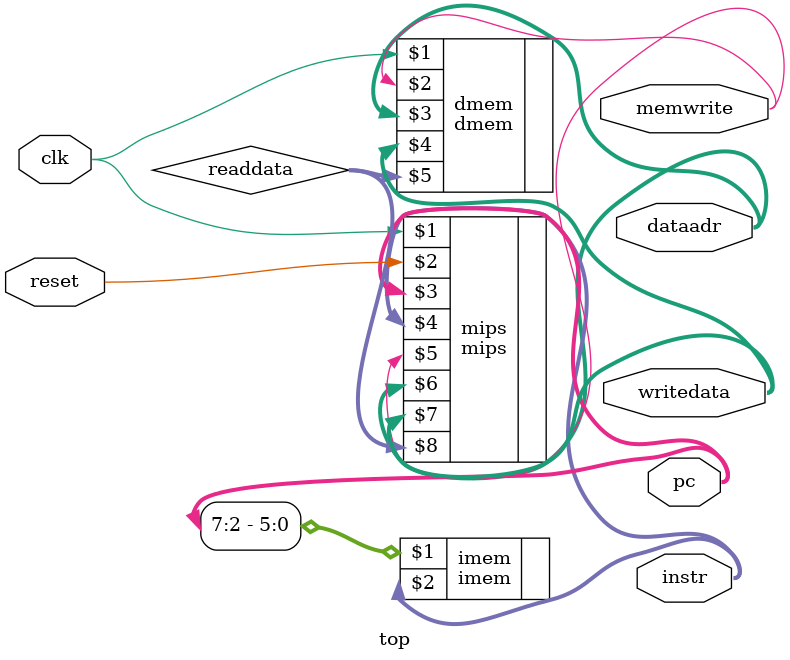
<source format=sv>

module top  (input   logic 	 clk, reset,            
	     output  logic[31:0] writedata, dataadr, pc, instr,            
	     output  logic       memwrite);  

   logic [31:0] readdata;    

   // instantiate processor and memories  
   mips mips (clk, reset, pc, instr, memwrite, dataadr, writedata, readdata);  
   imem imem (pc[7:2], instr);  
   dmem dmem (clk, memwrite, dataadr, writedata, readdata);

endmodule
</source>
